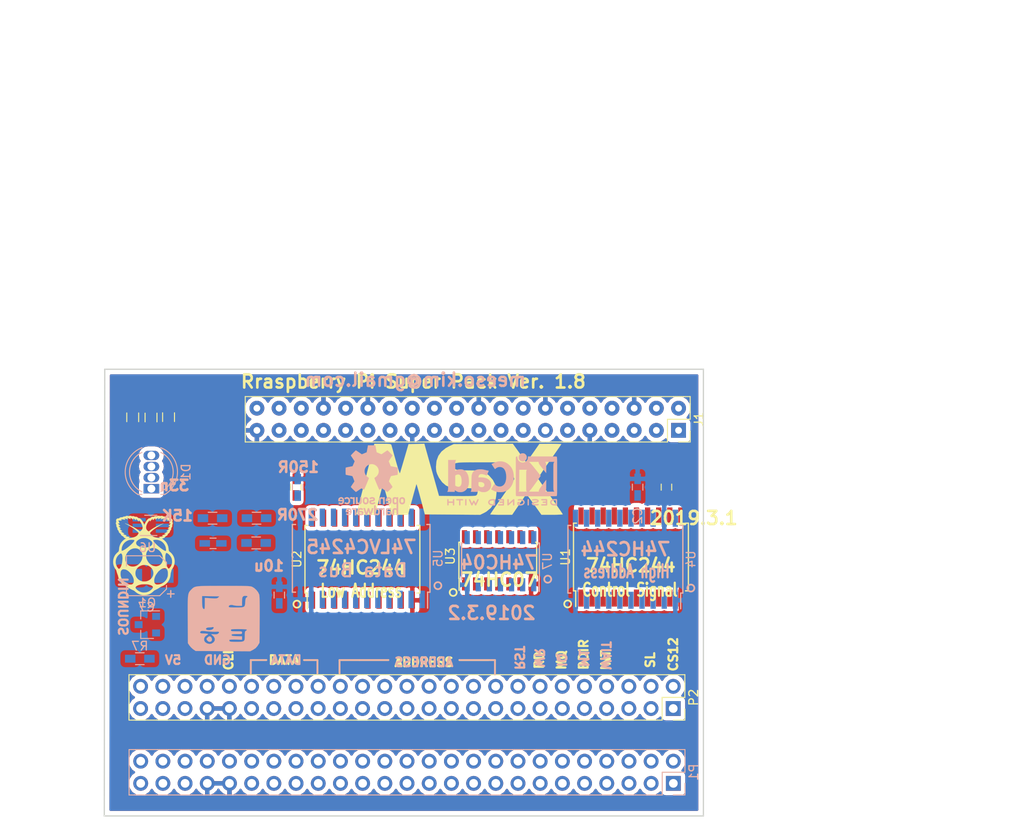
<source format=kicad_pcb>
(kicad_pcb (version 4) (host pcbnew 4.0.7)
  (layers (0 F.Cu mixed) (31 B.Cu mixed) (34 B.Paste user) (35 F.Paste user) (36 B.SilkS user) (37 F.SilkS user) (38 B.Mask user) (39 F.Mask user) (44 Edge.Cuts user))
  (net 0 "")
  (net 1 GND)
  (net 2 +5V)
  (net 3 /RD3)
  (net 4 /RD4)
  (net 5 /RD6)
  (net 6 /RD7)
  (net 7 /RD0)
  (net 8 /RD1)
  (net 9 /RD2)
  (net 10 /RD5)
  (net 11 /WAIT)
  (net 12 /INT)
  (net 13 /BUSDIR)
  (net 14 /IORQ)
  (net 15 /MREQ)
  (net 16 /WR)
  (net 17 /RD)
  (net 18 /RESET)
  (net 19 /A9)
  (net 20 /A15)
  (net 21 /A11)
  (net 22 /A10)
  (net 23 /A7)
  (net 24 /A6)
  (net 25 /A12)
  (net 26 /A8)
  (net 27 /A14)
  (net 28 /A13)
  (net 29 /A1)
  (net 30 /A0)
  (net 31 /A3)
  (net 32 /A2)
  (net 33 /A5)
  (net 34 /A4)
  (net 35 /D1)
  (net 36 /D0)
  (net 37 /D3)
  (net 38 /D2)
  (net 39 /D5)
  (net 40 /D4)
  (net 41 /D7)
  (net 42 /D6)
  (net 43 /CLK)
  (net 44 +3V3)
  (net 45 /RA8)
  (net 46 /RA11)
  (net 47 /RA15)
  (net 48 /RA12)
  (net 49 /RA13)
  (net 50 /RA14)
  (net 51 /SLTSL)
  (net 52 /M1)
  (net 53 /RC17)
  (net 54 /RC18)
  (net 55 /RC27)
  (net 56 /RC23)
  (net 57 /RC24)
  (net 58 /RC19)
  (net 59 /RC26)
  (net 60 /SOUNDIN)
  (net 61 "Net-(D1-Pad4)")
  (net 62 /DAT_DIR)
  (net 63 /RC21)
  (net 64 /ADDR)
  (net 65 "Net-(C6-Pad1)")
  (net 66 "Net-(C7-Pad2)")
  (net 67 "Net-(R4-Pad1)")
  (net 68 "Net-(Q1-Pad3)")
  (net 69 "Net-(U6-Pad3)")
  (net 70 "Net-(U6-Pad4)")
  (net 71 /RC16)
  (net 72 /RC20)
  (net 73 "Net-(U4-Pad16)")
  (net 74 "Net-(U4-Pad18)")
  (net 75 /DAT_EN)
  (net 76 /RA10)
  (net 77 /RA9)
  (net 78 "Net-(C6-Pad2)")
  (net 79 "Net-(Q1-Pad2)")
  (net 80 "Net-(R5-Pad2)")
  (net 81 "Net-(D1-Pad1)")
  (net 82 "Net-(D1-Pad3)")
  (net 83 /CS1)
  (net 84 /CS12)
  (net 85 /CS2)
  (net 86 /RSV0)
  (net 87 /RFSH)
  (net 88 /RSV1)
  (net 89 /SW0)
  (net 90 /SW1)
  (net 91 /12V+)
  (net 92 /12V-)
  (module Socket_Strips:Socket_Strip_Straight_2x20_Pitch2.54mm (layer F.Cu) (at 188.951 79.5274 270)
    (fp_text reference J1 (at -1.27 -2.33 270) (layer F.SilkS))
    (fp_text value RPi_GPIO)
    (pad 1 thru_hole rect (at 0 0 270) (size 1.7 1.7) (drill 0.773) (layers *.Cu *.Mask) (net 44 +3V3))
    (pad 2 thru_hole oval (at -2.54 0 270) (size 1.7 1.7) (drill 0.773) (layers *.Cu *.Mask) (net 2 +5V))
    (pad 3 thru_hole oval (at 0 2.54 270) (size 1.7 1.7) (drill 0.773) (layers *.Cu *.Mask) (net 9 /RD2))
    (pad 4 thru_hole oval (at -2.54 2.54 270) (size 1.7 1.7) (drill 0.773) (layers *.Cu *.Mask) (net 2 +5V))
    (pad 5 thru_hole oval (at 0 5.08 270) (size 1.7 1.7) (drill 0.773) (layers *.Cu *.Mask) (net 3 /RD3))
    (pad 6 thru_hole oval (at -2.54 5.08 270) (size 1.7 1.7) (drill 0.773) (layers *.Cu *.Mask) (net 1 GND))
    (pad 7 thru_hole oval (at 0 7.62 270) (size 1.7 1.7) (drill 0.773) (layers *.Cu *.Mask) (net 4 /RD4))
    (pad 8 thru_hole oval (at -2.54 7.62 270) (size 1.7 1.7) (drill 0.773) (layers *.Cu *.Mask) (net 50 /RA14))
    (pad 9 thru_hole oval (at 0 10.16 270) (size 1.7 1.7) (drill 0.773) (layers *.Cu *.Mask) (net 1 GND))
    (pad 10 thru_hole oval (at -2.54 10.16 270) (size 1.7 1.7) (drill 0.773) (layers *.Cu *.Mask) (net 47 /RA15))
    (pad 11 thru_hole oval (at 0 12.7 270) (size 1.7 1.7) (drill 0.773) (layers *.Cu *.Mask) (net 53 /RC17))
    (pad 12 thru_hole oval (at -2.54 12.7 270) (size 1.7 1.7) (drill 0.773) (layers *.Cu *.Mask) (net 54 /RC18))
    (pad 13 thru_hole oval (at 0 15.24 270) (size 1.7 1.7) (drill 0.9) (layers *.Cu *.Mask) (net 55 /RC27))
    (pad 14 thru_hole oval (at -2.54 15.24 270) (size 1.7 1.7) (drill 0.773) (layers *.Cu *.Mask) (net 1 GND))
    (pad 15 thru_hole oval (at 0 17.78 270) (size 1.7 1.7) (drill 0.773) (layers *.Cu *.Mask) (net 64 /ADDR))
    (pad 16 thru_hole oval (at -2.54 17.78 270) (size 1.7 1.7) (drill 0.773) (layers *.Cu *.Mask) (net 56 /RC23))
    (pad 17 thru_hole oval (at 0 20.32 270) (size 1.7 1.7) (drill 0.773) (layers *.Cu *.Mask) (net 44 +3V3))
    (pad 18 thru_hole oval (at -2.54 20.32 270) (size 1.7 1.7) (drill 0.773) (layers *.Cu *.Mask) (net 57 /RC24))
    (pad 19 thru_hole oval (at 0 22.86 270) (size 1.7 1.7) (drill 0.773) (layers *.Cu *.Mask) (net 76 /RA10))
    (pad 20 thru_hole oval (at -2.54 22.86 270) (size 1.7 1.7) (drill 0.773) (layers *.Cu *.Mask) (net 1 GND))
    (pad 21 thru_hole oval (at 0 25.4 270) (size 1.7 1.7) (drill 0.773) (layers *.Cu *.Mask) (net 77 /RA9))
    (pad 22 thru_hole oval (at -2.54 25.4 270) (size 1.7 1.7) (drill 0.773) (layers *.Cu *.Mask) (net 62 /DAT_DIR))
    (pad 23 thru_hole oval (at 0 27.94 270) (size 1.7 1.7) (drill 0.773) (layers *.Cu *.Mask) (net 46 /RA11))
    (pad 24 thru_hole oval (at -2.54 27.94 270) (size 1.7 1.7) (drill 0.773) (layers *.Cu *.Mask) (net 45 /RA8))
    (pad 25 thru_hole oval (at 0 30.48 270) (size 1.7 1.7) (drill 0.773) (layers *.Cu *.Mask) (net 1 GND))
    (pad 26 thru_hole oval (at -2.54 30.48 270) (size 1.7 1.7) (drill 0.773) (layers *.Cu *.Mask) (net 6 /RD7))
    (pad 27 thru_hole oval (at 0 33.02 270) (size 1.7 1.7) (drill 0.773) (layers *.Cu *.Mask) (net 7 /RD0))
    (pad 28 thru_hole oval (at -2.54 33.02 270) (size 1.7 1.7) (drill 0.773) (layers *.Cu *.Mask) (net 8 /RD1))
    (pad 29 thru_hole oval (at 0 35.56 270) (size 1.7 1.7) (drill 0.773) (layers *.Cu *.Mask) (net 10 /RD5))
    (pad 30 thru_hole oval (at -2.54 35.56 270) (size 1.7 1.7) (drill 0.773) (layers *.Cu *.Mask) (net 1 GND))
    (pad 31 thru_hole oval (at 0 38.1 270) (size 1.7 1.7) (drill 0.773) (layers *.Cu *.Mask) (net 5 /RD6))
    (pad 32 thru_hole oval (at -2.54 38.1 270) (size 1.7 1.7) (drill 0.773) (layers *.Cu *.Mask) (net 48 /RA12))
    (pad 33 thru_hole oval (at 0 40.64 270) (size 1.7 1.7) (drill 0.773) (layers *.Cu *.Mask) (net 49 /RA13))
    (pad 34 thru_hole oval (at -2.54 40.64 270) (size 1.7 1.7) (drill 0.773) (layers *.Cu *.Mask) (net 1 GND))
    (pad 35 thru_hole oval (at 0 43.18 270) (size 1.7 1.7) (drill 0.773) (layers *.Cu *.Mask) (net 58 /RC19))
    (pad 36 thru_hole oval (at -2.54 43.18 270) (size 1.7 1.7) (drill 0.773) (layers *.Cu *.Mask) (net 71 /RC16))
    (pad 37 thru_hole oval (at 0 45.72 270) (size 1.7 1.7) (drill 0.773) (layers *.Cu *.Mask) (net 59 /RC26))
    (pad 38 thru_hole oval (at -2.54 45.72 270) (size 1.7 1.7) (drill 0.773) (layers *.Cu *.Mask) (net 72 /RC20))
    (pad 39 thru_hole oval (at 0 48.26 270) (size 1.7 1.7) (drill 0.773) (layers *.Cu *.Mask) (net 1 GND))
    (pad 40 thru_hole oval (at -2.54 48.26 270) (size 1.7 1.7) (drill 0.773) (layers *.Cu *.Mask) (net 63 /RC21))
  )
  (module MSX:msx-logo (layer F.Cu) (at 163.8427 85.1281)
    (fp_text reference G2 hide)
    (fp_text value LOGO hide)
  )
  (module Resistors_SMD:R_0603_HandSoldering (layer F.Cu) (at 126.479 78.0337 90)
    (fp_text reference R1 hide)
    (fp_text value R hide)
    (pad 1 smd rect (at -1.1 0 90) (size 1.2 0.9) (layers F.Cu F.Paste F.Mask) (net 75 /DAT_EN))
    (pad 2 smd rect (at 1.1 0 90) (size 1.2 0.9) (layers F.Cu F.Paste F.Mask) (net 81 "Net-(D1-Pad1)"))
  )
  (module Resistors_SMD:R_0603_HandSoldering (layer F.Cu) (at 130.581 78.0161 90)
    (fp_text reference R2 hide)
    (fp_text value R)
    (pad 1 smd rect (at -1.1 0 90) (size 1.2 0.9) (layers F.Cu F.Paste F.Mask) (net 57 /RC24))
    (pad 2 smd rect (at 1.1 0 90) (size 1.2 0.9) (layers F.Cu F.Paste F.Mask) (net 61 "Net-(D1-Pad4)"))
  )
  (module Capacitors_SMD:C_0603_HandSoldering (layer F.Cu) (at 145.148 86.0273 90)
    (fp_text reference C3 hide)
    (fp_text value C)
    (pad 1 smd rect (at -0.95 0 90) (size 1.2 0.75) (layers F.Cu F.Paste F.Mask) (net 44 +3V3))
    (pad 2 smd rect (at 0.95 0 90) (size 1.2 0.75) (layers F.Cu F.Paste F.Mask) (net 1 GND))
  )
  (module Capacitors_SMD:C_0603_HandSoldering (layer F.Cu) (at 187.566 86.0298 90)
    (fp_text reference C4 hide)
    (fp_text value C)
    (pad 1 smd rect (at -0.95 0 90) (size 1.2 0.75) (layers F.Cu F.Paste F.Mask) (net 44 +3V3))
    (pad 2 smd rect (at 0.95 0 90) (size 1.2 0.75) (layers F.Cu F.Paste F.Mask) (net 1 GND))
  )
  (module Capacitors_SMD:C_0603_HandSoldering (layer B.Cu) (at 145.364 86.0552 90)
    (fp_text reference C5 hide)
    (fp_text value C)
    (pad 1 smd rect (at -0.95 0 90) (size 1.2 0.75) (layers B.Cu B.Paste B.Mask) (net 44 +3V3))
    (pad 2 smd rect (at 0.95 0 90) (size 1.2 0.75) (layers B.Cu B.Paste B.Mask) (net 1 GND))
  )
  (module Capacitors_SMD:C_0603_HandSoldering (layer B.Cu) (at 135.674 92.4687 180)
    (fp_text reference C6 hide)
    (fp_text value C)
    (pad 1 smd rect (at -0.95 0 180) (size 1.2 0.75) (layers B.Cu B.Paste B.Mask) (net 65 "Net-(C6-Pad1)"))
    (pad 2 smd rect (at 0.95 0 180) (size 1.2 0.75) (layers B.Cu B.Paste B.Mask) (net 78 "Net-(C6-Pad2)"))
  )
  (module Resistors_SMD:R_0603_HandSoldering (layer F.Cu) (at 128.575 78.0542 90)
    (fp_text reference R3 hide)
    (fp_text value R hide)
    (pad 1 smd rect (at -1.1 0 90) (size 1.2 0.9) (layers F.Cu F.Paste F.Mask) (net 62 /DAT_DIR))
    (pad 2 smd rect (at 1.1 0 90) (size 1.2 0.9) (layers F.Cu F.Paste F.Mask) (net 82 "Net-(D1-Pad3)"))
  )
  (module Resistors_SMD:R_0603_HandSoldering (layer B.Cu) (at 140.602 92.4179)
    (fp_text reference R4 hide)
    (fp_text value R)
    (pad 1 smd rect (at -1.1 0) (size 1.2 0.9) (layers B.Cu B.Paste B.Mask) (net 67 "Net-(R4-Pad1)"))
    (pad 2 smd rect (at 1.1 0) (size 1.2 0.9) (layers B.Cu B.Paste B.Mask) (net 65 "Net-(C6-Pad1)"))
  )
  (module Resistors_SMD:R_0603_HandSoldering (layer B.Cu) (at 140.652 89.5858 180)
    (fp_text reference R5 hide)
    (fp_text value R)
    (pad 1 smd rect (at -1.1 0 180) (size 1.2 0.9) (layers B.Cu B.Paste B.Mask) (net 65 "Net-(C6-Pad1)"))
    (pad 2 smd rect (at 1.1 0 180) (size 1.2 0.9) (layers B.Cu B.Paste B.Mask) (net 80 "Net-(R5-Pad2)"))
  )
  (module msx:raspberry_pi_logo (layer F.Cu) (at 127.762 93.853)
    (fp_text reference G1 hide)
    (fp_text value LOGO hide)
  )
  (module Symbols:KiCad-Logo2_6mm_SilkScreen (layer B.Cu) (at 168.7703 85.1281 180)
    (fp_text reference REF3 hide)
    (fp_text value KiCad-Logo2_6mm_SilkScreen hide)
  )
  (module Symbols:OSHW-Logo_7.5x8mm_SilkScreen (layer B.Cu) (at 153.8351 85.2424 180)
    (fp_text reference REF2 hide)
    (fp_text value OSHW-Logo_7.5x8mm_SilkScreen hide)
  )
  (module Housings_SOIC:SOIC-20W_7.5x12.8mm_Pitch1.27mm (layer B.Cu) (at 182.867 94.2848 90)
    (fp_text reference U4 (at 0 7.5 90) (layer B.SilkS) (effects (justify mirror)))
    (fp_text value 74HC244)
    (pad 1 smd rect (at -4.7 5.715 90) (size 1.95 0.6) (layers B.Cu B.Paste B.Mask) (net 1 GND))
    (pad 2 smd rect (at -4.7 4.445 90) (size 1.95 0.6) (layers B.Cu B.Paste B.Mask) (net 43 /CLK))
    (pad 3 smd rect (at -4.7 3.175 90) (size 1.95 0.6) (layers B.Cu B.Paste B.Mask) (net 58 /RC19))
    (pad 4 smd rect (at -4.7 1.905 90) (size 1.95 0.6) (layers B.Cu B.Paste B.Mask) (net 52 /M1))
    (pad 5 smd rect (at -4.7 0.635 90) (size 1.95 0.6) (layers B.Cu B.Paste B.Mask) (net 59 /RC26))
    (pad 6 smd rect (at -4.7 -0.635 90) (size 1.95 0.6) (layers B.Cu B.Paste B.Mask) (net 16 /WR))
    (pad 7 smd rect (at -4.7 -1.905 90) (size 1.95 0.6) (layers B.Cu B.Paste B.Mask) (net 53 /RC17))
    (pad 8 smd rect (at -4.7 -3.175 90) (size 1.95 0.6) (layers B.Cu B.Paste B.Mask) (net 17 /RD))
    (pad 9 smd rect (at -4.7 -4.445 90) (size 1.95 0.6) (layers B.Cu B.Paste B.Mask) (net 71 /RC16))
    (pad 10 smd rect (at -4.7 -5.715 90) (size 1.95 0.6) (layers B.Cu B.Paste B.Mask) (net 1 GND))
    (pad 11 smd rect (at 4.7 -5.715 90) (size 1.95 0.6) (layers B.Cu B.Paste B.Mask) (net 18 /RESET))
    (pad 12 smd rect (at 4.7 -4.445 90) (size 1.95 0.6) (layers B.Cu B.Paste B.Mask) (net 72 /RC20))
    (pad 13 smd rect (at 4.7 -3.175 90) (size 1.95 0.6) (layers B.Cu B.Paste B.Mask) (net 51 /SLTSL))
    (pad 14 smd rect (at 4.7 -1.905 90) (size 1.95 0.6) (layers B.Cu B.Paste B.Mask) (net 55 /RC27))
    (pad 15 smd rect (at 4.7 -0.635 90) (size 1.95 0.6) (layers B.Cu B.Paste B.Mask) (net 15 /MREQ))
    (pad 16 smd rect (at 4.7 0.635 90) (size 1.95 0.6) (layers B.Cu B.Paste B.Mask) (net 73 "Net-(U4-Pad16)"))
    (pad 17 smd rect (at 4.7 1.905 90) (size 1.95 0.6) (layers B.Cu B.Paste B.Mask) (net 14 /IORQ))
    (pad 18 smd rect (at 4.7 3.175 90) (size 1.95 0.6) (layers B.Cu B.Paste B.Mask) (net 74 "Net-(U4-Pad18)"))
    (pad 19 smd rect (at 4.7 4.445 90) (size 1.95 0.6) (layers B.Cu B.Paste B.Mask) (net 1 GND))
    (pad 20 smd rect (at 4.7 5.715 90) (size 1.95 0.6) (layers B.Cu B.Paste B.Mask) (net 44 +3V3))
  )
  (module Housings_SOIC:SOIC-24W_7.5x15.4mm_Pitch1.27mm (layer B.Cu) (at 152.628 94.1832 90)
    (fp_text reference U5 (at 0 8.8 90) (layer B.SilkS) (effects (justify mirror)))
    (fp_text value LVC4245)
    (pad 1 smd rect (at -4.7 6.985 90) (size 2 0.6) (layers B.Cu B.Paste B.Mask) (net 2 +5V))
    (pad 2 smd rect (at -4.7 5.715 90) (size 2 0.6) (layers B.Cu B.Paste B.Mask) (net 62 /DAT_DIR))
    (pad 3 smd rect (at -4.7 4.445 90) (size 2 0.6) (layers B.Cu B.Paste B.Mask) (net 35 /D1))
    (pad 4 smd rect (at -4.7 3.175 90) (size 2 0.6) (layers B.Cu B.Paste B.Mask) (net 36 /D0))
    (pad 5 smd rect (at -4.7 1.905 90) (size 2 0.6) (layers B.Cu B.Paste B.Mask) (net 37 /D3))
    (pad 6 smd rect (at -4.7 0.635 90) (size 2 0.6) (layers B.Cu B.Paste B.Mask) (net 38 /D2))
    (pad 7 smd rect (at -4.7 -0.635 90) (size 2 0.6) (layers B.Cu B.Paste B.Mask) (net 39 /D5))
    (pad 8 smd rect (at -4.7 -1.905 90) (size 2 0.6) (layers B.Cu B.Paste B.Mask) (net 40 /D4))
    (pad 9 smd rect (at -4.7 -3.175 90) (size 2 0.6) (layers B.Cu B.Paste B.Mask) (net 41 /D7))
    (pad 10 smd rect (at -4.7 -4.445 90) (size 2 0.6) (layers B.Cu B.Paste B.Mask) (net 42 /D6))
    (pad 11 smd rect (at -4.7 -5.715 90) (size 2 0.6) (layers B.Cu B.Paste B.Mask) (net 1 GND))
    (pad 12 smd rect (at -4.7 -6.985 90) (size 2 0.6) (layers B.Cu B.Paste B.Mask) (net 1 GND))
    (pad 13 smd rect (at 4.7 -6.985 90) (size 2 0.6) (layers B.Cu B.Paste B.Mask) (net 1 GND))
    (pad 14 smd rect (at 4.7 -5.715 90) (size 2 0.6) (layers B.Cu B.Paste B.Mask) (net 5 /RD6))
    (pad 15 smd rect (at 4.7 -4.445 90) (size 2 0.6) (layers B.Cu B.Paste B.Mask) (net 6 /RD7))
    (pad 16 smd rect (at 4.7 -3.175 90) (size 2 0.6) (layers B.Cu B.Paste B.Mask) (net 4 /RD4))
    (pad 17 smd rect (at 4.7 -1.905 90) (size 2 0.6) (layers B.Cu B.Paste B.Mask) (net 10 /RD5))
    (pad 18 smd rect (at 4.7 -0.635 90) (size 2 0.6) (layers B.Cu B.Paste B.Mask) (net 9 /RD2))
    (pad 19 smd rect (at 4.7 0.635 90) (size 2 0.6) (layers B.Cu B.Paste B.Mask) (net 3 /RD3))
    (pad 20 smd rect (at 4.7 1.905 90) (size 2 0.6) (layers B.Cu B.Paste B.Mask) (net 7 /RD0))
    (pad 21 smd rect (at 4.7 3.175 90) (size 2 0.6) (layers B.Cu B.Paste B.Mask) (net 8 /RD1))
    (pad 22 smd rect (at 4.7 4.445 90) (size 2 0.6) (layers B.Cu B.Paste B.Mask) (net 75 /DAT_EN))
    (pad 23 smd rect (at 4.7 5.715 90) (size 2 0.6) (layers B.Cu B.Paste B.Mask) (net 44 +3V3))
    (pad 24 smd rect (at 4.7 6.985 90) (size 2 0.6) (layers B.Cu B.Paste B.Mask) (net 44 +3V3))
  )
  (module Housings_SOIC:SOIC-20W_7.5x12.8mm_Pitch1.27mm (layer F.Cu) (at 152.768 94.2848 90)
    (fp_text reference U2 (at 0 -7.5 90) (layer F.SilkS))
    (fp_text value 74HC244)
    (pad 1 smd rect (at -4.7 -5.715 90) (size 1.95 0.6) (layers F.Cu F.Paste F.Mask) (net 64 /ADDR))
    (pad 2 smd rect (at -4.7 -4.445 90) (size 1.95 0.6) (layers F.Cu F.Paste F.Mask) (net 24 /A6))
    (pad 3 smd rect (at -4.7 -3.175 90) (size 1.95 0.6) (layers F.Cu F.Paste F.Mask) (net 9 /RD2))
    (pad 4 smd rect (at -4.7 -1.905 90) (size 1.95 0.6) (layers F.Cu F.Paste F.Mask) (net 23 /A7))
    (pad 5 smd rect (at -4.7 -0.635 90) (size 1.95 0.6) (layers F.Cu F.Paste F.Mask) (net 3 /RD3))
    (pad 6 smd rect (at -4.7 0.635 90) (size 1.95 0.6) (layers F.Cu F.Paste F.Mask) (net 34 /A4))
    (pad 7 smd rect (at -4.7 1.905 90) (size 1.95 0.6) (layers F.Cu F.Paste F.Mask) (net 7 /RD0))
    (pad 8 smd rect (at -4.7 3.175 90) (size 1.95 0.6) (layers F.Cu F.Paste F.Mask) (net 33 /A5))
    (pad 9 smd rect (at -4.7 4.445 90) (size 1.95 0.6) (layers F.Cu F.Paste F.Mask) (net 8 /RD1))
    (pad 10 smd rect (at -4.7 5.715 90) (size 1.95 0.6) (layers F.Cu F.Paste F.Mask) (net 1 GND))
    (pad 11 smd rect (at 4.7 5.715 90) (size 1.95 0.6) (layers F.Cu F.Paste F.Mask) (net 29 /A1))
    (pad 12 smd rect (at 4.7 4.445 90) (size 1.95 0.6) (layers F.Cu F.Paste F.Mask) (net 10 /RD5))
    (pad 13 smd rect (at 4.7 3.175 90) (size 1.95 0.6) (layers F.Cu F.Paste F.Mask) (net 30 /A0))
    (pad 14 smd rect (at 4.7 1.905 90) (size 1.95 0.6) (layers F.Cu F.Paste F.Mask) (net 4 /RD4))
    (pad 15 smd rect (at 4.7 0.635 90) (size 1.95 0.6) (layers F.Cu F.Paste F.Mask) (net 31 /A3))
    (pad 16 smd rect (at 4.7 -0.635 90) (size 1.95 0.6) (layers F.Cu F.Paste F.Mask) (net 6 /RD7))
    (pad 17 smd rect (at 4.7 -1.905 90) (size 1.95 0.6) (layers F.Cu F.Paste F.Mask) (net 32 /A2))
    (pad 18 smd rect (at 4.7 -3.175 90) (size 1.95 0.6) (layers F.Cu F.Paste F.Mask) (net 5 /RD6))
    (pad 19 smd rect (at 4.7 -4.445 90) (size 1.95 0.6) (layers F.Cu F.Paste F.Mask) (net 64 /ADDR))
    (pad 20 smd rect (at 4.7 -5.715 90) (size 1.95 0.6) (layers F.Cu F.Paste F.Mask) (net 44 +3V3))
  )
  (module Housings_SOIC:SOIC-14_3.9x8.7mm_Pitch1.27mm (layer F.Cu) (at 168.262 94.4118 90)
    (fp_text reference U3 (at 0.4699 -5.4356 90) (layer F.SilkS))
    (fp_text value 74LS07)
    (pad 1 smd rect (at -2.7 -3.81 90) (size 1.5 0.6) (layers F.Cu F.Paste F.Mask) (net 56 /RC23))
    (pad 2 smd rect (at -2.7 -2.54 90) (size 1.5 0.6) (layers F.Cu F.Paste F.Mask) (net 12 /INT))
    (pad 3 smd rect (at -2.7 -1.27 90) (size 1.5 0.6) (layers F.Cu F.Paste F.Mask) (net 63 /RC21))
    (pad 4 smd rect (at -2.7 0 90) (size 1.5 0.6) (layers F.Cu F.Paste F.Mask) (net 13 /BUSDIR))
    (pad 5 smd rect (at -2.7 1.27 90) (size 1.5 0.6) (layers F.Cu F.Paste F.Mask))
    (pad 6 smd rect (at -2.7 2.54 90) (size 1.5 0.6) (layers F.Cu F.Paste F.Mask))
    (pad 7 smd rect (at -2.7 3.81 90) (size 1.5 0.6) (layers F.Cu F.Paste F.Mask) (net 1 GND))
    (pad 8 smd rect (at 2.7 3.81 90) (size 1.5 0.6) (layers F.Cu F.Paste F.Mask) (net 11 /WAIT))
    (pad 9 smd rect (at 2.7 2.54 90) (size 1.5 0.6) (layers F.Cu F.Paste F.Mask) (net 57 /RC24))
    (pad 10 smd rect (at 2.7 1.27 90) (size 1.5 0.6) (layers F.Cu F.Paste F.Mask))
    (pad 11 smd rect (at 2.7 0 90) (size 1.5 0.6) (layers F.Cu F.Paste F.Mask))
    (pad 12 smd rect (at 2.7 -1.27 90) (size 1.5 0.6) (layers F.Cu F.Paste F.Mask))
    (pad 13 smd rect (at 2.7 -2.54 90) (size 1.5 0.6) (layers F.Cu F.Paste F.Mask))
    (pad 14 smd rect (at 2.7 -3.81 90) (size 1.5 0.6) (layers F.Cu F.Paste F.Mask) (net 44 +3V3))
  )
  (module Housings_SOIC:SOIC-20W_7.5x12.8mm_Pitch1.27mm (layer F.Cu) (at 183.502 94.0308 90)
    (fp_text reference U1 (at 0 -7.5 90) (layer F.SilkS))
    (fp_text value 74HC244)
    (pad 1 smd rect (at -4.7 -5.715 90) (size 1.95 0.6) (layers F.Cu F.Paste F.Mask) (net 64 /ADDR))
    (pad 2 smd rect (at -4.7 -4.445 90) (size 1.95 0.6) (layers F.Cu F.Paste F.Mask) (net 26 /A8))
    (pad 3 smd rect (at -4.7 -3.175 90) (size 1.95 0.6) (layers F.Cu F.Paste F.Mask) (net 48 /RA12))
    (pad 4 smd rect (at -4.7 -1.905 90) (size 1.95 0.6) (layers F.Cu F.Paste F.Mask) (net 19 /A9))
    (pad 5 smd rect (at -4.7 -0.635 90) (size 1.95 0.6) (layers F.Cu F.Paste F.Mask) (net 49 /RA13))
    (pad 6 smd rect (at -4.7 0.635 90) (size 1.95 0.6) (layers F.Cu F.Paste F.Mask) (net 22 /A10))
    (pad 7 smd rect (at -4.7 1.905 90) (size 1.95 0.6) (layers F.Cu F.Paste F.Mask) (net 50 /RA14))
    (pad 8 smd rect (at -4.7 3.175 90) (size 1.95 0.6) (layers F.Cu F.Paste F.Mask) (net 21 /A11))
    (pad 9 smd rect (at -4.7 4.445 90) (size 1.95 0.6) (layers F.Cu F.Paste F.Mask) (net 47 /RA15))
    (pad 10 smd rect (at -4.7 5.715 90) (size 1.95 0.6) (layers F.Cu F.Paste F.Mask) (net 1 GND))
    (pad 11 smd rect (at 4.7 5.715 90) (size 1.95 0.6) (layers F.Cu F.Paste F.Mask) (net 20 /A15))
    (pad 12 smd rect (at 4.7 4.445 90) (size 1.95 0.6) (layers F.Cu F.Paste F.Mask) (net 46 /RA11))
    (pad 13 smd rect (at 4.7 3.175 90) (size 1.95 0.6) (layers F.Cu F.Paste F.Mask) (net 27 /A14))
    (pad 14 smd rect (at 4.7 1.905 90) (size 1.95 0.6) (layers F.Cu F.Paste F.Mask) (net 76 /RA10))
    (pad 15 smd rect (at 4.7 0.635 90) (size 1.95 0.6) (layers F.Cu F.Paste F.Mask) (net 28 /A13))
    (pad 16 smd rect (at 4.7 -0.635 90) (size 1.95 0.6) (layers F.Cu F.Paste F.Mask) (net 77 /RA9))
    (pad 17 smd rect (at 4.7 -1.905 90) (size 1.95 0.6) (layers F.Cu F.Paste F.Mask) (net 25 /A12))
    (pad 18 smd rect (at 4.7 -3.175 90) (size 1.95 0.6) (layers F.Cu F.Paste F.Mask) (net 45 /RA8))
    (pad 19 smd rect (at 4.7 -4.445 90) (size 1.95 0.6) (layers F.Cu F.Paste F.Mask) (net 64 /ADDR))
    (pad 20 smd rect (at 4.7 -5.715 90) (size 1.95 0.6) (layers F.Cu F.Paste F.Mask) (net 44 +3V3))
  )
  (module Capacitors_SMD:C_0603_HandSoldering (layer F.Cu) (at 164.287 88.1634 90)
    (fp_text reference C1 hide)
    (fp_text value C)
    (pad 1 smd rect (at -0.95 0 90) (size 1.2 0.75) (layers F.Cu F.Paste F.Mask) (net 44 +3V3))
    (pad 2 smd rect (at 0.95 0 90) (size 1.2 0.75) (layers F.Cu F.Paste F.Mask) (net 1 GND))
  )
  (module Capacitors_SMD:C_0603_HandSoldering (layer B.Cu) (at 184.264 86.0298 90)
    (fp_text reference C2 (at -3.302 0 90) (layer B.SilkS) (effects (justify mirror)))
    (fp_text value C)
    (pad 1 smd rect (at -0.95 0 90) (size 1.2 0.75) (layers B.Cu B.Paste B.Mask) (net 44 +3V3))
    (pad 2 smd rect (at 0.95 0 90) (size 1.2 0.75) (layers B.Cu B.Paste B.Mask) (net 1 GND))
  )
  (module Capacitors_SMD:CP_Elec_4x4.5 (layer B.Cu) (at 128.054 96.1898 180)
    (fp_text reference C7 (at 0 -3.58 360) (layer B.SilkS) (effects (justify mirror)))
    (fp_text value CP)
    (fp_text user + (at -2.78 -1.99 360) (layer B.SilkS) (effects (justify mirror)))
    (pad 1 smd rect (at -1.8 0) (size 2.6 1.6) (layers B.Cu B.Paste B.Mask) (net 65 "Net-(C6-Pad1)"))
    (pad 2 smd rect (at 1.8 0) (size 2.6 1.6) (layers B.Cu B.Paste B.Mask) (net 66 "Net-(C7-Pad2)"))
  )
  (module Capacitors_SMD:C_0603_HandSoldering (layer B.Cu) (at 143.256 98.3894 270)
    (fp_text reference C8 hide)
    (fp_text value C)
    (pad 1 smd rect (at -0.95 0 270) (size 1.2 0.75) (layers B.Cu B.Paste B.Mask) (net 1 GND))
    (pad 2 smd rect (at 0.95 0 270) (size 1.2 0.75) (layers B.Cu B.Paste B.Mask) (net 2 +5V))
  )
  (module MSX:srxg (layer B.Cu) (at 136.9568 101.5238 180)
    (fp_text reference G*** hide)
    (fp_text value LOGO hide)
  )
  (module Resistors_SMD:R_0603_HandSoldering (layer B.Cu) (at 135.618 89.5858 180)
    (fp_text reference R6 hide)
    (fp_text value R)
    (pad 1 smd rect (at -1.1 0 180) (size 1.2 0.9) (layers B.Cu B.Paste B.Mask) (net 2 +5V))
    (pad 2 smd rect (at 1.1 0 180) (size 1.2 0.9) (layers B.Cu B.Paste B.Mask) (net 66 "Net-(C7-Pad2)"))
  )
  (module Resistors_SMD:R_0603_HandSoldering (layer B.Cu) (at 127.292 105.677 180)
    (fp_text reference R7 (at 0 1.45 180) (layer B.SilkS) (effects (justify mirror)))
    (fp_text value R)
    (pad 1 smd rect (at -1.1 0 180) (size 1.2 0.9) (layers B.Cu B.Paste B.Mask) (net 60 /SOUNDIN))
    (pad 2 smd rect (at 1.1 0 180) (size 1.2 0.9) (layers B.Cu B.Paste B.Mask) (net 68 "Net-(Q1-Pad3)"))
  )
  (module TO_SOT_Packages_SMD:SOT-23 (layer B.Cu) (at 128.156 101.778 180)
    (fp_text reference Q1 (at 0 2.5 180) (layer B.SilkS) (effects (justify mirror)))
    (fp_text value Q_NPN_BEC)
    (pad 1 smd rect (at -1 0.95 180) (size 0.9 0.8) (layers B.Cu B.Paste B.Mask) (net 66 "Net-(C7-Pad2)"))
    (pad 2 smd rect (at -1 -0.95 180) (size 0.9 0.8) (layers B.Cu B.Paste B.Mask) (net 79 "Net-(Q1-Pad2)"))
    (pad 3 smd rect (at 1 0 180) (size 0.9 0.8) (layers B.Cu B.Paste B.Mask) (net 68 "Net-(Q1-Pad3)"))
  )
  (module TO_SOT_Packages_SMD:SOT-363_SC-70-6_Handsoldering (layer B.Cu) (at 128.549 90.4113)
    (fp_text reference U6 (at -0.381 2.54) (layer B.SilkS) (effects (justify mirror)))
    (fp_text value NC7WZ16)
    (pad 1 smd rect (at -1.33 0.65) (size 1.5 0.4) (layers B.Cu B.Paste B.Mask) (net 54 /RC18))
    (pad 2 smd rect (at -1.33 0) (size 1.5 0.4) (layers B.Cu B.Paste B.Mask) (net 1 GND))
    (pad 3 smd rect (at -1.33 -0.65) (size 1.5 0.4) (layers B.Cu B.Paste B.Mask) (net 69 "Net-(U6-Pad3)"))
    (pad 4 smd rect (at 1.33 -0.65) (size 1.5 0.4) (layers B.Cu B.Paste B.Mask) (net 70 "Net-(U6-Pad4)"))
    (pad 5 smd rect (at 1.33 0) (size 1.5 0.4) (layers B.Cu B.Paste B.Mask) (net 44 +3V3))
    (pad 6 smd rect (at 1.33 0.65) (size 1.5 0.4) (layers B.Cu B.Paste B.Mask) (net 67 "Net-(R4-Pad1)"))
  )
  (module Housings_SOIC:SOIC-14_3.9x8.7mm_Pitch1.27mm (layer B.Cu) (at 168.567 94.5134 90)
    (fp_text reference U7 (at 0 5.375 90) (layer B.SilkS) (effects (justify mirror)))
    (fp_text value 74HC04)
    (pad 1 smd rect (at -2.7 3.81 90) (size 1.5 0.6) (layers B.Cu B.Paste B.Mask) (net 64 /ADDR))
    (pad 2 smd rect (at -2.7 2.54 90) (size 1.5 0.6) (layers B.Cu B.Paste B.Mask) (net 75 /DAT_EN))
    (pad 3 smd rect (at -2.7 1.27 90) (size 1.5 0.6) (layers B.Cu B.Paste B.Mask))
    (pad 4 smd rect (at -2.7 0 90) (size 1.5 0.6) (layers B.Cu B.Paste B.Mask))
    (pad 5 smd rect (at -2.7 -1.27 90) (size 1.5 0.6) (layers B.Cu B.Paste B.Mask))
    (pad 6 smd rect (at -2.7 -2.54 90) (size 1.5 0.6) (layers B.Cu B.Paste B.Mask))
    (pad 7 smd rect (at -2.7 -3.81 90) (size 1.5 0.6) (layers B.Cu B.Paste B.Mask) (net 1 GND))
    (pad 8 smd rect (at 2.7 -3.81 90) (size 1.5 0.6) (layers B.Cu B.Paste B.Mask))
    (pad 9 smd rect (at 2.7 -2.54 90) (size 1.5 0.6) (layers B.Cu B.Paste B.Mask))
    (pad 10 smd rect (at 2.7 -1.27 90) (size 1.5 0.6) (layers B.Cu B.Paste B.Mask))
    (pad 11 smd rect (at 2.7 0 90) (size 1.5 0.6) (layers B.Cu B.Paste B.Mask))
    (pad 12 smd rect (at 2.7 1.27 90) (size 1.5 0.6) (layers B.Cu B.Paste B.Mask))
    (pad 13 smd rect (at 2.7 2.54 90) (size 1.5 0.6) (layers B.Cu B.Paste B.Mask))
    (pad 14 smd rect (at 2.7 3.81 90) (size 1.5 0.6) (layers B.Cu B.Paste B.Mask) (net 44 +3V3))
  )
  (module Socket_Strips:Socket_Strip_Straight_2x25_Pitch2.54mm (layer F.Cu) (at 188.341 111.379 270)
    (fp_text reference P2 (at -1.27 -2.33 270) (layer F.SilkS))
    (fp_text value CONN_02X25)
    (pad 1 thru_hole rect (at 0 0 270) (size 1.7 1.7) (drill 1) (layers *.Cu *.Mask) (net 83 /CS1))
    (pad 2 thru_hole oval (at -2.54 0 270) (size 1.7 1.7) (drill 1) (layers *.Cu *.Mask) (net 84 /CS12))
    (pad 3 thru_hole oval (at 0 2.54 270) (size 1.7 1.7) (drill 1) (layers *.Cu *.Mask) (net 85 /CS2))
    (pad 4 thru_hole oval (at -2.54 2.54 270) (size 1.7 1.7) (drill 1) (layers *.Cu *.Mask) (net 51 /SLTSL))
    (pad 5 thru_hole oval (at 0 5.08 270) (size 1.7 1.7) (drill 1) (layers *.Cu *.Mask) (net 86 /RSV0))
    (pad 6 thru_hole oval (at -2.54 5.08 270) (size 1.7 1.7) (drill 1) (layers *.Cu *.Mask) (net 87 /RFSH))
    (pad 7 thru_hole oval (at 0 7.62 270) (size 1.7 1.7) (drill 1) (layers *.Cu *.Mask) (net 11 /WAIT))
    (pad 8 thru_hole oval (at -2.54 7.62 270) (size 1.7 1.7) (drill 1) (layers *.Cu *.Mask) (net 12 /INT))
    (pad 9 thru_hole oval (at 0 10.16 270) (size 1.7 1.7) (drill 1) (layers *.Cu *.Mask) (net 52 /M1))
    (pad 10 thru_hole oval (at -2.54 10.16 270) (size 1.7 1.7) (drill 1) (layers *.Cu *.Mask) (net 13 /BUSDIR))
    (pad 11 thru_hole oval (at 0 12.7 270) (size 1.7 1.7) (drill 1) (layers *.Cu *.Mask) (net 14 /IORQ))
    (pad 12 thru_hole oval (at -2.54 12.7 270) (size 1.7 1.7) (drill 1) (layers *.Cu *.Mask) (net 15 /MREQ))
    (pad 13 thru_hole oval (at 0 15.24 270) (size 1.7 1.7) (drill 1) (layers *.Cu *.Mask) (net 16 /WR))
    (pad 14 thru_hole oval (at -2.54 15.24 270) (size 1.7 1.7) (drill 1) (layers *.Cu *.Mask) (net 17 /RD))
    (pad 15 thru_hole oval (at 0 17.78 270) (size 1.7 1.7) (drill 1) (layers *.Cu *.Mask) (net 18 /RESET))
    (pad 16 thru_hole oval (at -2.54 17.78 270) (size 1.7 1.7) (drill 1) (layers *.Cu *.Mask) (net 88 /RSV1))
    (pad 17 thru_hole oval (at 0 20.32 270) (size 1.7 1.7) (drill 1) (layers *.Cu *.Mask) (net 19 /A9))
    (pad 18 thru_hole oval (at -2.54 20.32 270) (size 1.7 1.7) (drill 1) (layers *.Cu *.Mask) (net 20 /A15))
    (pad 19 thru_hole oval (at 0 22.86 270) (size 1.7 1.7) (drill 1) (layers *.Cu *.Mask) (net 21 /A11))
    (pad 20 thru_hole oval (at -2.54 22.86 270) (size 1.7 1.7) (drill 1) (layers *.Cu *.Mask) (net 22 /A10))
    (pad 21 thru_hole oval (at 0 25.4 270) (size 1.7 1.7) (drill 1) (layers *.Cu *.Mask) (net 23 /A7))
    (pad 22 thru_hole oval (at -2.54 25.4 270) (size 1.7 1.7) (drill 1) (layers *.Cu *.Mask) (net 24 /A6))
    (pad 23 thru_hole oval (at 0 27.94 270) (size 1.7 1.7) (drill 1) (layers *.Cu *.Mask) (net 25 /A12))
    (pad 24 thru_hole oval (at -2.54 27.94 270) (size 1.7 1.7) (drill 1) (layers *.Cu *.Mask) (net 26 /A8))
    (pad 25 thru_hole oval (at 0 30.48 270) (size 1.7 1.7) (drill 1) (layers *.Cu *.Mask) (net 27 /A14))
    (pad 26 thru_hole oval (at -2.54 30.48 270) (size 1.7 1.7) (drill 1) (layers *.Cu *.Mask) (net 28 /A13))
    (pad 27 thru_hole oval (at 0 33.02 270) (size 1.7 1.7) (drill 1) (layers *.Cu *.Mask) (net 29 /A1))
    (pad 28 thru_hole oval (at -2.54 33.02 270) (size 1.7 1.7) (drill 1) (layers *.Cu *.Mask) (net 30 /A0))
    (pad 29 thru_hole oval (at 0 35.56 270) (size 1.7 1.7) (drill 1) (layers *.Cu *.Mask) (net 31 /A3))
    (pad 30 thru_hole oval (at -2.54 35.56 270) (size 1.7 1.7) (drill 1) (layers *.Cu *.Mask) (net 32 /A2))
    (pad 31 thru_hole oval (at 0 38.1 270) (size 1.7 1.7) (drill 1) (layers *.Cu *.Mask) (net 33 /A5))
    (pad 32 thru_hole oval (at -2.54 38.1 270) (size 1.7 1.7) (drill 1) (layers *.Cu *.Mask) (net 34 /A4))
    (pad 33 thru_hole oval (at 0 40.64 270) (size 1.7 1.7) (drill 1) (layers *.Cu *.Mask) (net 35 /D1))
    (pad 34 thru_hole oval (at -2.54 40.64 270) (size 1.7 1.7) (drill 1) (layers *.Cu *.Mask) (net 36 /D0))
    (pad 35 thru_hole oval (at 0 43.18 270) (size 1.7 1.7) (drill 1) (layers *.Cu *.Mask) (net 37 /D3))
    (pad 36 thru_hole oval (at -2.54 43.18 270) (size 1.7 1.7) (drill 1) (layers *.Cu *.Mask) (net 38 /D2))
    (pad 37 thru_hole oval (at 0 45.72 270) (size 1.7 1.7) (drill 1) (layers *.Cu *.Mask) (net 39 /D5))
    (pad 38 thru_hole oval (at -2.54 45.72 270) (size 1.7 1.7) (drill 1) (layers *.Cu *.Mask) (net 40 /D4))
    (pad 39 thru_hole oval (at 0 48.26 270) (size 1.7 1.7) (drill 1) (layers *.Cu *.Mask) (net 41 /D7))
    (pad 40 thru_hole oval (at -2.54 48.26 270) (size 1.7 1.7) (drill 1) (layers *.Cu *.Mask) (net 42 /D6))
    (pad 41 thru_hole oval (at 0 50.8 270) (size 1.7 1.7) (drill 1) (layers *.Cu *.Mask) (net 1 GND))
    (pad 42 thru_hole oval (at -2.54 50.8 270) (size 1.7 1.7) (drill 1) (layers *.Cu *.Mask) (net 43 /CLK))
    (pad 43 thru_hole oval (at 0 53.34 270) (size 1.7 1.7) (drill 1) (layers *.Cu *.Mask) (net 1 GND))
    (pad 44 thru_hole oval (at -2.54 53.34 270) (size 1.7 1.7) (drill 1) (layers *.Cu *.Mask) (net 89 /SW0))
    (pad 45 thru_hole oval (at 0 55.88 270) (size 1.7 1.7) (drill 1) (layers *.Cu *.Mask) (net 2 +5V))
    (pad 46 thru_hole oval (at -2.54 55.88 270) (size 1.7 1.7) (drill 1) (layers *.Cu *.Mask) (net 90 /SW1))
    (pad 47 thru_hole oval (at 0 58.42 270) (size 1.7 1.7) (drill 1) (layers *.Cu *.Mask) (net 2 +5V))
    (pad 48 thru_hole oval (at -2.54 58.42 270) (size 1.7 1.7) (drill 1) (layers *.Cu *.Mask) (net 91 /12V+))
    (pad 49 thru_hole oval (at 0 60.96 270) (size 1.7 1.7) (drill 1) (layers *.Cu *.Mask) (net 60 /SOUNDIN))
    (pad 50 thru_hole oval (at -2.54 60.96 270) (size 1.7 1.7) (drill 1) (layers *.Cu *.Mask) (net 92 /12V-))
  )
  (module Pin_Headers:Pin_Header_Straight_2x25_Pitch2.54mm (layer B.Cu) (at 188.354 119.952 90)
    (fp_text reference P1 (at 1.27 2.33 90) (layer B.SilkS) (effects (justify mirror)))
    (fp_text value CONN_02X25)
    (pad 1 thru_hole rect (at 0 0 90) (size 1.7 1.7) (drill 1) (layers *.Cu *.Mask) (net 83 /CS1))
    (pad 2 thru_hole oval (at 2.54 0 90) (size 1.7 1.7) (drill 1) (layers *.Cu *.Mask) (net 84 /CS12))
    (pad 3 thru_hole oval (at 0 -2.54 90) (size 1.7 1.7) (drill 1) (layers *.Cu *.Mask) (net 85 /CS2))
    (pad 4 thru_hole oval (at 2.54 -2.54 90) (size 1.7 1.7) (drill 1) (layers *.Cu *.Mask) (net 51 /SLTSL))
    (pad 5 thru_hole oval (at 0 -5.08 90) (size 1.7 1.7) (drill 1) (layers *.Cu *.Mask) (net 86 /RSV0))
    (pad 6 thru_hole oval (at 2.54 -5.08 90) (size 1.7 1.7) (drill 1) (layers *.Cu *.Mask) (net 87 /RFSH))
    (pad 7 thru_hole oval (at 0 -7.62 90) (size 1.7 1.7) (drill 1) (layers *.Cu *.Mask) (net 11 /WAIT))
    (pad 8 thru_hole oval (at 2.54 -7.62 90) (size 1.7 1.7) (drill 1) (layers *.Cu *.Mask) (net 12 /INT))
    (pad 9 thru_hole oval (at 0 -10.16 90) (size 1.7 1.7) (drill 1) (layers *.Cu *.Mask) (net 52 /M1))
    (pad 10 thru_hole oval (at 2.54 -10.16 90) (size 1.7 1.7) (drill 1) (layers *.Cu *.Mask) (net 13 /BUSDIR))
    (pad 11 thru_hole oval (at 0 -12.7 90) (size 1.7 1.7) (drill 1) (layers *.Cu *.Mask) (net 14 /IORQ))
    (pad 12 thru_hole oval (at 2.54 -12.7 90) (size 1.7 1.7) (drill 1) (layers *.Cu *.Mask) (net 15 /MREQ))
    (pad 13 thru_hole oval (at 0 -15.24 90) (size 1.7 1.7) (drill 1) (layers *.Cu *.Mask) (net 16 /WR))
    (pad 14 thru_hole oval (at 2.54 -15.24 90) (size 1.7 1.7) (drill 1) (layers *.Cu *.Mask) (net 17 /RD))
    (pad 15 thru_hole oval (at 0 -17.78 90) (size 1.7 1.7) (drill 1) (layers *.Cu *.Mask) (net 18 /RESET))
    (pad 16 thru_hole oval (at 2.54 -17.78 90) (size 1.7 1.7) (drill 1) (layers *.Cu *.Mask) (net 88 /RSV1))
    (pad 17 thru_hole oval (at 0 -20.32 90) (size 1.7 1.7) (drill 1) (layers *.Cu *.Mask) (net 19 /A9))
    (pad 18 thru_hole oval (at 2.54 -20.32 90) (size 1.7 1.7) (drill 1) (layers *.Cu *.Mask) (net 20 /A15))
    (pad 19 thru_hole oval (at 0 -22.86 90) (size 1.7 1.7) (drill 1) (layers *.Cu *.Mask) (net 21 /A11))
    (pad 20 thru_hole oval (at 2.54 -22.86 90) (size 1.7 1.7) (drill 1) (layers *.Cu *.Mask) (net 22 /A10))
    (pad 21 thru_hole oval (at 0 -25.4 90) (size 1.7 1.7) (drill 1) (layers *.Cu *.Mask) (net 23 /A7))
    (pad 22 thru_hole oval (at 2.54 -25.4 90) (size 1.7 1.7) (drill 1) (layers *.Cu *.Mask) (net 24 /A6))
    (pad 23 thru_hole oval (at 0 -27.94 90) (size 1.7 1.7) (drill 1) (layers *.Cu *.Mask) (net 25 /A12))
    (pad 24 thru_hole oval (at 2.54 -27.94 90) (size 1.7 1.7) (drill 1) (layers *.Cu *.Mask) (net 26 /A8))
    (pad 25 thru_hole oval (at 0 -30.48 90) (size 1.7 1.7) (drill 1) (layers *.Cu *.Mask) (net 27 /A14))
    (pad 26 thru_hole oval (at 2.54 -30.48 90) (size 1.7 1.7) (drill 1) (layers *.Cu *.Mask) (net 28 /A13))
    (pad 27 thru_hole oval (at 0 -33.02 90) (size 1.7 1.7) (drill 1) (layers *.Cu *.Mask) (net 29 /A1))
    (pad 28 thru_hole oval (at 2.54 -33.02 90) (size 1.7 1.7) (drill 1) (layers *.Cu *.Mask) (net 30 /A0))
    (pad 29 thru_hole oval (at 0 -35.56 90) (size 1.7 1.7) (drill 1) (layers *.Cu *.Mask) (net 31 /A3))
    (pad 30 thru_hole oval (at 2.54 -35.56 90) (size 1.7 1.7) (drill 1) (layers *.Cu *.Mask) (net 32 /A2))
    (pad 31 thru_hole oval (at 0 -38.1 90) (size 1.7 1.7) (drill 1) (layers *.Cu *.Mask) (net 33 /A5))
    (pad 32 thru_hole oval (at 2.54 -38.1 90) (size 1.7 1.7) (drill 1) (layers *.Cu *.Mask) (net 34 /A4))
    (pad 33 thru_hole oval (at 0 -40.64 90) (size 1.7 1.7) (drill 1) (layers *.Cu *.Mask) (net 35 /D1))
    (pad 34 thru_hole oval (at 2.54 -40.64 90) (size 1.7 1.7) (drill 1) (layers *.Cu *.Mask) (net 36 /D0))
    (pad 35 thru_hole oval (at 0 -43.18 90) (size 1.7 1.7) (drill 1) (layers *.Cu *.Mask) (net 37 /D3))
    (pad 36 thru_hole oval (at 2.54 -43.18 90) (size 1.7 1.7) (drill 1) (layers *.Cu *.Mask) (net 38 /D2))
    (pad 37 thru_hole oval (at 0 -45.72 90) (size 1.7 1.7) (drill 1) (layers *.Cu *.Mask) (net 39 /D5))
    (pad 38 thru_hole oval (at 2.54 -45.72 90) (size 1.7 1.7) (drill 1) (layers *.Cu *.Mask) (net 40 /D4))
    (pad 39 thru_hole oval (at 0 -48.26 90) (size 1.7 1.7) (drill 1) (layers *.Cu *.Mask) (net 41 /D7))
    (pad 40 thru_hole oval (at 2.54 -48.26 90) (size 1.7 1.7) (drill 1) (layers *.Cu *.Mask) (net 42 /D6))
    (pad 41 thru_hole oval (at 0 -50.8 90) (size 1.7 1.7) (drill 1) (layers *.Cu *.Mask) (net 1 GND))
    (pad 42 thru_hole oval (at 2.54 -50.8 90) (size 1.7 1.7) (drill 1) (layers *.Cu *.Mask) (net 43 /CLK))
    (pad 43 thru_hole oval (at 0 -53.34 90) (size 1.7 1.7) (drill 1) (layers *.Cu *.Mask) (net 1 GND))
    (pad 44 thru_hole oval (at 2.54 -53.34 90) (size 1.7 1.7) (drill 1) (layers *.Cu *.Mask) (net 89 /SW0))
    (pad 45 thru_hole oval (at 0 -55.88 90) (size 1.7 1.7) (drill 1) (layers *.Cu *.Mask) (net 2 +5V))
    (pad 46 thru_hole oval (at 2.54 -55.88 90) (size 1.7 1.7) (drill 1) (layers *.Cu *.Mask) (net 90 /SW1))
    (pad 47 thru_hole oval (at 0 -58.42 90) (size 1.7 1.7) (drill 1) (layers *.Cu *.Mask) (net 2 +5V))
    (pad 48 thru_hole oval (at 2.54 -58.42 90) (size 1.7 1.7) (drill 1) (layers *.Cu *.Mask) (net 91 /12V+))
    (pad 49 thru_hole oval (at 0 -60.96 90) (size 1.7 1.7) (drill 1) (layers *.Cu *.Mask) (net 60 /SOUNDIN))
    (pad 50 thru_hole oval (at 2.54 -60.96 90) (size 1.7 1.7) (drill 1) (layers *.Cu *.Mask) (net 92 /12V-))
  )
  (module LEDs:LED_D5.0mm-4 (layer B.Cu) (at 128.6129 86.2076 90)
    (fp_text reference D1 (at 1.905 3.96 90) (layer B.SilkS) (effects (justify mirror)))
    (fp_text value LED_RABG)
    (pad 1 thru_hole rect (at 0 0 90) (size 1.07 1.8) (drill 0.9) (layers *.Cu *.Mask) (net 81 "Net-(D1-Pad1)"))
    (pad 2 thru_hole oval (at 1.27 0 90) (size 1.07 1.8) (drill 0.9) (layers *.Cu *.Mask) (net 44 +3V3))
    (pad 3 thru_hole oval (at 2.54 0 90) (size 1.07 1.8) (drill 0.9) (layers *.Cu *.Mask) (net 82 "Net-(D1-Pad3)"))
    (pad 4 thru_hole oval (at 3.81 0 90) (size 1.07 1.8) (drill 0.9) (layers *.Cu *.Mask) (net 61 "Net-(D1-Pad4)"))
  )
  (gr_line (start 123.2281 123.6853) (end 123.2281 123.6853) (layer Edge.Cuts) (width 0.15))
  (gr_line (start 123.2789 72.5297) (end 123.2281 123.6853) (layer Edge.Cuts) (width 0.15))
  (gr_line (start 191.7954 72.5297) (end 123.2789 72.5297) (layer Edge.Cuts) (width 0.15))
  (gr_line (start 191.7954 123.6853) (end 191.7954 72.5297) (layer Edge.Cuts) (width 0.15))
  (gr_line (start 123.2281 123.6853) (end 191.7954 123.6853) (layer Edge.Cuts) (width 0.15))
  (gr_circle (center 173.9773 96.5708) (end 174.3583 96.6978) (layer B.SilkS) (width 0.2))
  (gr_text 74HC04 (at 168.3893 94.6658) (layer B.SilkS) (effects (font (size 1.5 1.5) (thickness 0.3)) (justify mirror)))
  (gr_text 15K (at 131.5847 89.3064) (layer B.SilkS) (effects (font (size 1.2 1.2) (thickness 0.3)) (justify mirror)))
  (gr_circle (center 163.1569 98.086891) (end 163.5379 98.213891) (layer F.SilkS) (width 0.2))
  (gr_text 2019.3.1 (at 190.6905 89.5731) (layer F.SilkS) (effects (font (size 1.5 1.5) (thickness 0.3))))
  (gr_text 74HC07 (at 168.3893 96.6343) (layer F.SilkS) (effects (font (size 1.5 1.5) (thickness 0.3))))
  (gr_text 10u (at 142.0622 95.0468) (layer B.SilkS) (effects (font (size 1.2 1.2) (thickness 0.3)) (justify mirror)))
  (gr_text 150R (at 145.4404 83.7438) (layer B.SilkS) (effects (font (size 1.2 1.2) (thickness 0.3)) (justify mirror)))
  (gr_text 33n (at 131.2164 85.8393) (layer B.SilkS) (effects (font (size 1.2 1.2) (thickness 0.3)) (justify mirror)))
  (gr_text 270R (at 145.3388 89.2048) (layer B.SilkS) (effects (font (size 1.2 1.2) (thickness 0.3)) (justify mirror)))
  (gr_text "Control Signal" (at 183.3753 97.79) (layer F.SilkS) (effects (font (size 1.5 1) (thickness 0.25))))
  (gr_text "Low Address" (at 152.6413 97.9043) (layer F.SilkS) (effects (font (size 1.5 1) (thickness 0.25))))
  (gr_text "Data Bus" (at 152.7683 95.5548) (layer B.SilkS) (effects (font (size 1.5 1.5) (thickness 0.25)) (justify mirror)))
  (gr_text "High Address" (at 182.9943 95.6818) (layer B.SilkS) (effects (font (size 1.5 1) (thickness 0.25)) (justify mirror)))
  (gr_circle (center 190.3603 97.5868) (end 190.7413 97.7138) (layer B.SilkS) (width 0.2))
  (gr_text 74HC244 (at 183.4896 94.996) (layer F.SilkS) (effects (font (size 1.5 1.5) (thickness 0.3))))
  (gr_text SOUNDIN (at 125.349 99.695 270) (layer B.SilkS) (effects (font (size 1 1) (thickness 0.25)) (justify mirror)))
  (gr_circle (center 176.2633 99.4029) (end 176.6443 99.5299) (layer F.SilkS) (width 0.2))
  (gr_circle (center 145.2753 99.4283) (end 145.6563 99.5553) (layer F.SilkS) (width 0.2))
  (gr_text 74HC244 (at 152.6413 95.2373) (layer F.SilkS) (effects (font (size 1.5 1.5) (thickness 0.3))))
  (gr_circle (center 161.4043 97.312191) (end 161.7853 97.439191) (layer B.SilkS) (width 0.2))
  (gr_text 74LVC4245 (at 152.6413 92.8878) (layer B.SilkS) (effects (font (size 1.5 1.5) (thickness 0.3)) (justify mirror)))
  (gr_text 74HC244 (at 182.8673 93.1418) (layer B.SilkS) (effects (font (size 1.5 1.5) (thickness 0.3)) (justify mirror)))
  (gr_line (start 167.9321 105.8291) (end 163.8681 105.8291) (angle 90) (layer F.SilkS) (width 0.2))
  (gr_line (start 167.9321 107.3531) (end 167.9321 105.8291) (angle 90) (layer F.SilkS) (width 0.2))
  (gr_line (start 167.9321 105.8291) (end 163.8681 105.8291) (angle 90) (layer B.SilkS) (width 0.2))
  (gr_line (start 167.9321 107.4801) (end 167.9321 105.8291) (angle 90) (layer B.SilkS) (width 0.2))
  (gr_line (start 150.1521 105.8291) (end 155.7401 105.8291) (angle 90) (layer B.SilkS) (width 0.2))
  (gr_line (start 150.1521 107.3531) (end 150.1521 105.8291) (angle 90) (layer B.SilkS) (width 0.2))
  (gr_line (start 147.6121 105.8291) (end 146.0881 105.8291) (angle 90) (layer B.SilkS) (width 0.2))
  (gr_line (start 147.6121 107.3531) (end 147.6121 105.8291) (angle 90) (layer B.SilkS) (width 0.2))
  (gr_line (start 139.9921 105.8291) (end 141.7701 105.8291) (angle 90) (layer B.SilkS) (width 0.2))
  (gr_line (start 139.9921 107.3531) (end 139.9921 105.8291) (angle 90) (layer B.SilkS) (width 0.2))
  (gr_text ADDRESS (at 159.8041 106.0831) (layer B.SilkS) (effects (font (size 1 1) (thickness 0.25)) (justify mirror)))
  (gr_text DATA (at 144.0561 105.8291) (layer B.SilkS) (effects (font (size 1 1) (thickness 0.25)) (justify mirror)))
  (gr_text 2019.3.2 (at 167.5384 100.4443) (layer B.SilkS) (effects (font (size 1.5 1.5) (thickness 0.3)) (justify mirror)))
  (gr_text CLK (at 137.4521 105.5751 90) (layer F.SilkS) (effects (font (size 1 1) (thickness 0.25))))
  (gr_text CS12 (at 188.341 105.1687 90) (layer F.SilkS) (effects (font (size 1 1) (thickness 0.25))))
  (gr_text 5V (at 131.1021 105.8291) (layer B.SilkS) (effects (font (size 1 1) (thickness 0.25)) (justify mirror)))
  (gr_text GND (at 136.1821 105.8291) (layer B.SilkS) (effects (font (size 1 1) (thickness 0.25)) (justify mirror)))
  (gr_line (start 167.1701 105.8291) (end 163.8681 105.8291) (angle 90) (layer F.SilkS) (width 0.2))
  (gr_line (start 152.4381 105.8291) (end 155.7401 105.8291) (angle 90) (layer F.SilkS) (width 0.2))
  (gr_text DATA (at 143.8021 105.8291) (layer F.SilkS) (effects (font (size 1 1) (thickness 0.25))))
  (gr_line (start 139.9921 105.8291) (end 141.7701 105.8291) (angle 90) (layer F.SilkS) (width 0.2))
  (gr_line (start 139.9921 107.3531) (end 139.9921 105.8291) (angle 90) (layer F.SilkS) (width 0.2))
  (gr_line (start 147.6121 105.8291) (end 146.0881 105.8291) (angle 90) (layer F.SilkS) (width 0.2))
  (gr_line (start 147.6121 107.3531) (end 147.6121 105.8291) (angle 90) (layer F.SilkS) (width 0.2))
  (gr_line (start 150.1521 105.8291) (end 152.4381 105.8291) (angle 90) (layer F.SilkS) (width 0.2))
  (gr_line (start 150.1521 107.3531) (end 150.1521 105.8291) (angle 90) (layer F.SilkS) (width 0.2))
  (gr_text ADDRESS (at 159.8041 106.0831) (layer F.SilkS) (effects (font (size 1 1) (thickness 0.25))))
  (gr_text WR (at 173.0121 105.5751 270) (layer B.SilkS) (effects (font (size 1 1) (thickness 0.25)) (justify mirror)))
  (gr_text IQ (at 175.5521 105.8291 270) (layer B.SilkS) (effects (font (size 1 1) (thickness 0.25)) (justify mirror)))
  (gr_text M1 (at 178.0921 105.5751 270) (layer B.SilkS) (effects (font (size 1 1) (thickness 0.25)) (justify mirror)))
  (gr_text WAIT (at 180.6321 105.3211 270) (layer B.SilkS) (effects (font (size 1 1) (thickness 0.25)) (justify mirror)))
  (gr_text INT (at 180.6321 105.8291 90) (layer F.SilkS) (effects (font (size 1 1) (thickness 0.25))))
  (gr_text RST (at 170.7261 105.5751 270) (layer B.SilkS) (effects (font (size 1 1) (thickness 0.25)) (justify mirror)))
  (gr_text MQ (at 175.5521 105.8291 90) (layer F.SilkS) (effects (font (size 1 1) (thickness 0.25))))
  (gr_text RD (at 173.0121 105.8291 90) (layer F.SilkS) (effects (font (size 1 1) (thickness 0.25))))
  (gr_text SL (at 185.7121 105.8291 90) (layer F.SilkS) (effects (font (size 1 1) (thickness 0.25))))
  (gr_text BDIR (at 178.0921 105.1941 90) (layer F.SilkS) (effects (font (size 1 1) (thickness 0.25))))
  (gr_text meeso.kim@gmail.com (at 158.8135 73.7362) (layer B.SilkS) (effects (font (size 1.5 1.5) (thickness 0.3)) (justify mirror)))
  (gr_text "Rraspberry Pi Super Pack Ver. 1.8" (at 158.5976 73.9394) (layer F.SilkS) (effects (font (size 1.5 1.5) (thickness 0.3))))
  (zone (net 1) (net_name GND) (layer F.Cu) (connect_pads (clearance 0.508)) (min_thickness 0.254) (fill yes (arc_segments 16) (thermal_gap 0.508) (thermal_bridge_width 0.508))
    (polygon (pts (xy 203.619197 49.754642) (xy 203.0095 125.0696) (xy 111.2901 125.2093) (xy 112.026797 49.716542)))
  )
  (zone (net 1) (net_name GND) (layer B.Cu) (connect_pads (clearance 0.508)) (min_thickness 0.254) (fill yes (arc_segments 16) (thermal_gap 0.508) (thermal_bridge_width 0.508))
    (polygon (pts (xy 203.2635 125.2855) (xy 111.6584 124.8156) (xy 111.9759 49.53) (xy 203.3397 50.1015)))
  )
)
</source>
